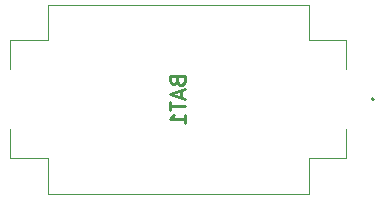
<source format=gbr>
%TF.GenerationSoftware,KiCad,Pcbnew,(5.1.9)-1*%
%TF.CreationDate,2021-03-02T10:58:18+01:00*%
%TF.ProjectId,Midular v2 Proto STM32F407VET6,4d696475-6c61-4722-9076-322050726f74,rev?*%
%TF.SameCoordinates,Original*%
%TF.FileFunction,Legend,Bot*%
%TF.FilePolarity,Positive*%
%FSLAX46Y46*%
G04 Gerber Fmt 4.6, Leading zero omitted, Abs format (unit mm)*
G04 Created by KiCad (PCBNEW (5.1.9)-1) date 2021-03-02 10:58:18*
%MOMM*%
%LPD*%
G01*
G04 APERTURE LIST*
%ADD10C,0.100000*%
%ADD11C,0.200000*%
%ADD12C,0.254000*%
G04 APERTURE END LIST*
D10*
%TO.C,BAT1*%
X41950000Y74160000D02*
X41950000Y71700000D01*
X41950000Y71700000D02*
X38750000Y71700000D01*
X38750000Y71700000D02*
X38750000Y68700000D01*
X38750000Y68700000D02*
X16650000Y68700000D01*
X16650000Y68700000D02*
X16650000Y71620000D01*
X16650000Y71620000D02*
X16650000Y71700000D01*
X16650000Y71700000D02*
X13450000Y71700000D01*
X13450000Y71700000D02*
X13450000Y74160000D01*
X13450000Y79240000D02*
X13450000Y81700000D01*
X13450000Y81700000D02*
X16650000Y81700000D01*
X16650000Y81700000D02*
X16650000Y84700000D01*
X16650000Y84700000D02*
X38750000Y84700000D01*
X38750000Y84700000D02*
X38750000Y81700000D01*
X38750000Y81700000D02*
X41950000Y81700000D01*
X41950000Y81700000D02*
X41950000Y79240000D01*
D11*
X44100000Y76700000D02*
X44100000Y76700000D01*
X44300000Y76700000D02*
X44300000Y76700000D01*
X44100000Y76700000D02*
G75*
G03*
X44300000Y76700000I100000J0D01*
G01*
X44300000Y76700000D02*
G75*
G03*
X44100000Y76700000I-100000J0D01*
G01*
D12*
X27609285Y78242142D02*
X27669761Y78060714D01*
X27730238Y78000238D01*
X27851190Y77939761D01*
X28032619Y77939761D01*
X28153571Y78000238D01*
X28214047Y78060714D01*
X28274523Y78181666D01*
X28274523Y78665476D01*
X27004523Y78665476D01*
X27004523Y78242142D01*
X27065000Y78121190D01*
X27125476Y78060714D01*
X27246428Y78000238D01*
X27367380Y78000238D01*
X27488333Y78060714D01*
X27548809Y78121190D01*
X27609285Y78242142D01*
X27609285Y78665476D01*
X27911666Y77455952D02*
X27911666Y76851190D01*
X28274523Y77576904D02*
X27004523Y77153571D01*
X28274523Y76730238D01*
X27004523Y76488333D02*
X27004523Y75762619D01*
X28274523Y76125476D02*
X27004523Y76125476D01*
X28274523Y74674047D02*
X28274523Y75399761D01*
X28274523Y75036904D02*
X27004523Y75036904D01*
X27185952Y75157857D01*
X27306904Y75278809D01*
X27367380Y75399761D01*
%TD*%
M02*

</source>
